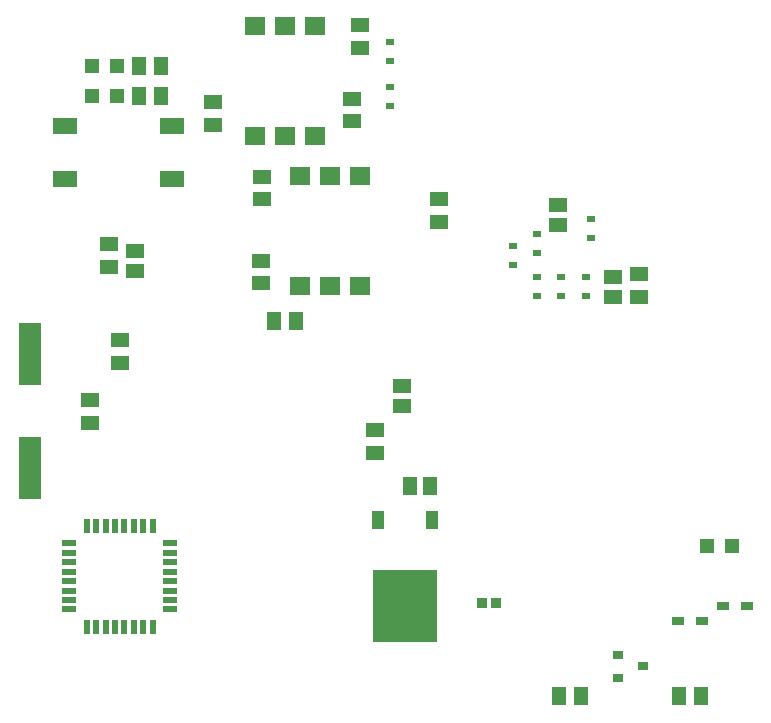
<source format=gtp>
G75*
%MOIN*%
%OFA0B0*%
%FSLAX25Y25*%
%IPPOS*%
%LPD*%
%AMOC8*
5,1,8,0,0,1.08239X$1,22.5*
%
%ADD10R,0.05906X0.05118*%
%ADD11R,0.05118X0.05906*%
%ADD12R,0.03150X0.02362*%
%ADD13R,0.03937X0.03150*%
%ADD14R,0.02200X0.05000*%
%ADD15R,0.05000X0.02200*%
%ADD16R,0.07008X0.05984*%
%ADD17R,0.03543X0.03150*%
%ADD18R,0.05118X0.06299*%
%ADD19R,0.06299X0.05118*%
%ADD20R,0.03346X0.03543*%
%ADD21R,0.07600X0.21000*%
%ADD22R,0.08300X0.05500*%
%ADD23R,0.04724X0.04724*%
%ADD24R,0.21260X0.24409*%
%ADD25R,0.03937X0.06299*%
D10*
X0064167Y0133060D03*
X0064167Y0140540D03*
X0074167Y0153060D03*
X0074167Y0160540D03*
X0079167Y0183454D03*
X0079167Y0190146D03*
X0168167Y0145146D03*
X0168167Y0138454D03*
X0220167Y0198954D03*
X0220167Y0205646D03*
X0238667Y0181646D03*
X0238667Y0174954D03*
D11*
X0177513Y0111800D03*
X0170820Y0111800D03*
D12*
X0213167Y0175150D03*
X0213167Y0181450D03*
X0221167Y0181450D03*
X0221167Y0175150D03*
X0229667Y0175150D03*
X0229667Y0181450D03*
X0231167Y0194650D03*
X0231167Y0200950D03*
X0213167Y0195950D03*
X0213167Y0189650D03*
X0205167Y0191950D03*
X0205167Y0185650D03*
X0164167Y0238650D03*
X0164167Y0244950D03*
X0164167Y0253650D03*
X0164167Y0259950D03*
D13*
X0275230Y0071800D03*
X0268104Y0066800D03*
X0260230Y0066800D03*
X0283104Y0071800D03*
D14*
X0063143Y0064900D03*
X0066293Y0064900D03*
X0069442Y0064900D03*
X0072592Y0064900D03*
X0075741Y0064900D03*
X0078891Y0064900D03*
X0082041Y0064900D03*
X0085190Y0064900D03*
X0085190Y0098700D03*
X0082041Y0098700D03*
X0078891Y0098700D03*
X0075741Y0098700D03*
X0072592Y0098700D03*
X0069442Y0098700D03*
X0066293Y0098700D03*
X0063143Y0098700D03*
D15*
X0057267Y0092824D03*
X0057267Y0089674D03*
X0057267Y0086524D03*
X0057267Y0083375D03*
X0057267Y0080225D03*
X0057267Y0077076D03*
X0057267Y0073926D03*
X0057267Y0070776D03*
X0091067Y0070776D03*
X0091067Y0073926D03*
X0091067Y0077076D03*
X0091067Y0080225D03*
X0091067Y0083375D03*
X0091067Y0086524D03*
X0091067Y0089674D03*
X0091067Y0092824D03*
D16*
X0134167Y0178513D03*
X0144167Y0178513D03*
X0154167Y0178513D03*
X0154167Y0215087D03*
X0144167Y0215087D03*
X0134167Y0215087D03*
X0139167Y0228513D03*
X0129167Y0228513D03*
X0119167Y0228513D03*
X0119167Y0265087D03*
X0129167Y0265087D03*
X0139167Y0265087D03*
D17*
X0240230Y0055540D03*
X0240230Y0048060D03*
X0248497Y0051800D03*
D18*
X0260427Y0041800D03*
X0267907Y0041800D03*
X0227907Y0041800D03*
X0220427Y0041800D03*
X0132907Y0166800D03*
X0125427Y0166800D03*
X0087907Y0241800D03*
X0080427Y0241800D03*
X0080427Y0251800D03*
X0087907Y0251800D03*
D19*
X0105348Y0239753D03*
X0105348Y0232272D03*
X0121667Y0215040D03*
X0121667Y0207560D03*
X0121167Y0187040D03*
X0121167Y0179560D03*
X0070667Y0185060D03*
X0070667Y0192540D03*
X0151667Y0233560D03*
X0151667Y0241040D03*
X0154167Y0258060D03*
X0154167Y0265540D03*
X0180667Y0207540D03*
X0180667Y0200060D03*
X0247167Y0182540D03*
X0247167Y0175060D03*
X0159167Y0130540D03*
X0159167Y0123060D03*
D20*
X0194883Y0072800D03*
X0199450Y0072800D03*
D21*
X0044167Y0117800D03*
X0044167Y0155800D03*
D22*
X0055767Y0214100D03*
X0055767Y0231800D03*
X0091667Y0231800D03*
X0091667Y0214100D03*
D23*
X0073301Y0241800D03*
X0065033Y0241800D03*
X0065033Y0251800D03*
X0073301Y0251800D03*
X0270033Y0091800D03*
X0278301Y0091800D03*
D24*
X0169167Y0071957D03*
D25*
X0178143Y0100698D03*
X0160190Y0100698D03*
M02*

</source>
